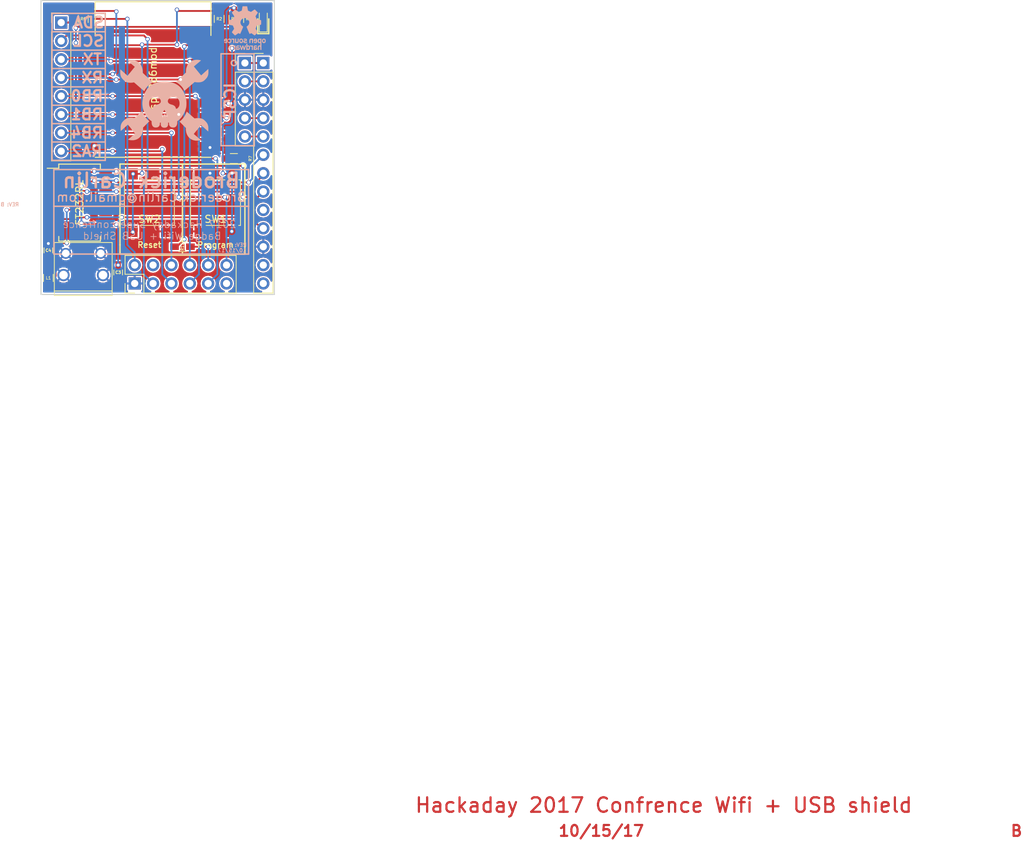
<source format=kicad_pcb>
(kicad_pcb (version 4) (host pcbnew 4.0.6)
  (layers (0 F.Cu signal) (31 B.Cu signal) (34 B.Paste user) (35 F.Paste user) (36 B.SilkS user) (37 F.SilkS user) (38 B.Mask user) (39 F.Mask user) (44 Edge.Cuts user))
  (net 0 "")
  (net 1 GND)
  (net 2 +5V)
  (net 3 "Net-(C3-Pad1)")
  (net 4 "Net-(D1-Pad2)")
  (net 5 GPIO0)
  (net 6 "Net-(J1-Pad1)")
  (net 7 SDA)
  (net 8 SCL)
  (net 9 RA2)
  (net 10 RB4)
  (net 11 RB0)
  (net 12 +3V3)
  (net 13 "Net-(J2-Pad10)")
  (net 14 RB1)
  (net 15 ISP_M)
  (net 16 ISP_V)
  (net 17 ISP_D)
  (net 18 ISP_C)
  (net 19 TTL_RTS)
  (net 20 TTL_RX)
  (net 21 TTL_TX)
  (net 22 TTL_CTS)
  (net 23 RESET)
  (net 24 CH_PD)
  (net 25 GPIO15)
  (net 26 GPIO2)
  (net 27 RXD)
  (net 28 TXD)
  (net 29 "Net-(J1-Pad2)")
  (net 30 "Net-(J1-Pad3)")
  (module Pin_Headers:Pin_Header_Straight_2x06_Pitch2.54mm (layer F.Cu) (at 147.32 117.348 90)
    (fp_text reference J2 hide)
    (fp_text value CONN_02X06 hide)
    (pad 1 thru_hole rect (at 0 0 90) (size 1.7 1.7) (drill 1) (layers *.Cu *.Mask) (net 1 GND))
    (pad 2 thru_hole oval (at 2.54 0 90) (size 1.7 1.7) (drill 1) (layers *.Cu *.Mask) (net 7 SDA))
    (pad 3 thru_hole oval (at 0 2.54 90) (size 1.7 1.7) (drill 1) (layers *.Cu *.Mask) (net 8 SCL))
    (pad 4 thru_hole oval (at 2.54 2.54 90) (size 1.7 1.7) (drill 1) (layers *.Cu *.Mask))
    (pad 5 thru_hole oval (at 0 5.08 90) (size 1.7 1.7) (drill 1) (layers *.Cu *.Mask) (net 9 RA2))
    (pad 6 thru_hole oval (at 2.54 5.08 90) (size 1.7 1.7) (drill 1) (layers *.Cu *.Mask) (net 10 RB4))
    (pad 7 thru_hole oval (at 0 7.62 90) (size 1.7 1.7) (drill 1) (layers *.Cu *.Mask) (net 11 RB0))
    (pad 8 thru_hole oval (at 2.54 7.62 90) (size 1.7 1.7) (drill 1) (layers *.Cu *.Mask) (net 27 RXD))
    (pad 9 thru_hole oval (at 0 10.16 90) (size 1.7 1.7) (drill 1) (layers *.Cu *.Mask) (net 12 +3V3))
    (pad 10 thru_hole oval (at 2.54 10.16 90) (size 1.7 1.7) (drill 1) (layers *.Cu *.Mask) (net 13 "Net-(J2-Pad10)"))
    (pad 11 thru_hole oval (at 0 12.7 90) (size 1.7 1.7) (drill 1) (layers *.Cu *.Mask))
    (pad 12 thru_hole oval (at 2.54 12.7 90) (size 1.7 1.7) (drill 1) (layers *.Cu *.Mask) (net 14 RB1))
  )
  (module Pin_Headers:Pin_Header_Straight_1x13_Pitch2.54mm (layer F.Cu) (at 165.1 86.868)
    (fp_text reference J3 hide)
    (fp_text value CONN_01X13 hide)
    (pad 1 thru_hole rect (at 0 0) (size 1.7 1.7) (drill 1) (layers *.Cu *.Mask) (net 15 ISP_M))
    (pad 2 thru_hole oval (at 0 2.54) (size 1.7 1.7) (drill 1) (layers *.Cu *.Mask) (net 16 ISP_V))
    (pad 3 thru_hole oval (at 0 5.08) (size 1.7 1.7) (drill 1) (layers *.Cu *.Mask) (net 1 GND))
    (pad 4 thru_hole oval (at 0 7.62) (size 1.7 1.7) (drill 1) (layers *.Cu *.Mask) (net 17 ISP_D))
    (pad 5 thru_hole oval (at 0 10.16) (size 1.7 1.7) (drill 1) (layers *.Cu *.Mask) (net 18 ISP_C))
    (pad 6 thru_hole oval (at 0 12.7) (size 1.7 1.7) (drill 1) (layers *.Cu *.Mask) (net 19 TTL_RTS))
    (pad 7 thru_hole oval (at 0 15.24) (size 1.7 1.7) (drill 1) (layers *.Cu *.Mask) (net 20 TTL_RX))
    (pad 8 thru_hole oval (at 0 17.78) (size 1.7 1.7) (drill 1) (layers *.Cu *.Mask) (net 21 TTL_TX))
    (pad 9 thru_hole oval (at 0 20.32) (size 1.7 1.7) (drill 1) (layers *.Cu *.Mask))
    (pad 10 thru_hole oval (at 0 22.86) (size 1.7 1.7) (drill 1) (layers *.Cu *.Mask) (net 22 TTL_CTS))
    (pad 11 thru_hole oval (at 0 25.4) (size 1.7 1.7) (drill 1) (layers *.Cu *.Mask) (net 1 GND))
    (pad 12 thru_hole oval (at 0 27.94) (size 1.7 1.7) (drill 1) (layers *.Cu *.Mask))
    (pad 13 thru_hole oval (at 0 30.48) (size 1.7 1.7) (drill 1) (layers *.Cu *.Mask))
  )
  (module Pin_Headers:Pin_Header_Straight_1x05_Pitch2.54mm (layer F.Cu) (at 162.56 86.868)
    (fp_text reference J4 hide)
    (fp_text value CONN_01X05 hide)
    (pad 1 thru_hole rect (at 0 0) (size 1.7 1.7) (drill 1) (layers *.Cu *.Mask) (net 15 ISP_M))
    (pad 2 thru_hole oval (at 0 2.54) (size 1.7 1.7) (drill 1) (layers *.Cu *.Mask) (net 16 ISP_V))
    (pad 3 thru_hole oval (at 0 5.08) (size 1.7 1.7) (drill 1) (layers *.Cu *.Mask) (net 1 GND))
    (pad 4 thru_hole oval (at 0 7.62) (size 1.7 1.7) (drill 1) (layers *.Cu *.Mask) (net 17 ISP_D))
    (pad 5 thru_hole oval (at 0 10.16) (size 1.7 1.7) (drill 1) (layers *.Cu *.Mask) (net 18 ISP_C))
  )
  (module Buttons_Switches_SMD:SW_SPST_B3S-1000 (layer F.Cu) (at 158.496 106.172 90)
    (fp_text reference SW1 (at -2.286 0 180) (layer F.SilkS))
    (fp_text value SW_Push hide)
    (pad 1 smd rect (at -3.975 -2.25 90) (size 1.55 1.3) (layers F.Cu F.Paste F.Mask) (net 1 GND))
    (pad 1 smd rect (at 3.975 -2.25 90) (size 1.55 1.3) (layers F.Cu F.Paste F.Mask) (net 1 GND))
    (pad 2 smd rect (at -3.975 2.25 90) (size 1.55 1.3) (layers F.Cu F.Paste F.Mask) (net 5 GPIO0))
    (pad 2 smd rect (at 3.975 2.25 90) (size 1.55 1.3) (layers F.Cu F.Paste F.Mask) (net 5 GPIO0))
  )
  (module Buttons_Switches_SMD:SW_SPST_B3S-1000 (layer F.Cu) (at 149.352 106.172 270)
    (fp_text reference SW2 (at 2.286 0 360) (layer F.SilkS))
    (fp_text value SW_Push hide)
    (pad 1 smd rect (at -3.975 -2.25 270) (size 1.55 1.3) (layers F.Cu F.Paste F.Mask) (net 1 GND))
    (pad 1 smd rect (at 3.975 -2.25 270) (size 1.55 1.3) (layers F.Cu F.Paste F.Mask) (net 1 GND))
    (pad 2 smd rect (at -3.975 2.25 270) (size 1.55 1.3) (layers F.Cu F.Paste F.Mask) (net 23 RESET))
    (pad 2 smd rect (at 3.975 2.25 270) (size 1.55 1.3) (layers F.Cu F.Paste F.Mask) (net 23 RESET))
  )
  (module Housings_SSOP:SSOP-28_5.3x10.2mm_Pitch0.65mm (layer F.Cu) (at 139.7 106.172)
    (fp_text reference U2 hide)
    (fp_text value FT232RL (at 0 0 90) (layer F.SilkS))
    (pad 1 smd rect (at -3.6 -4.225) (size 1.75 0.45) (layers F.Cu F.Paste F.Mask) (net 21 TTL_TX))
    (pad 2 smd rect (at -3.6 -3.575) (size 1.75 0.45) (layers F.Cu F.Paste F.Mask))
    (pad 3 smd rect (at -3.6 -2.925) (size 1.75 0.45) (layers F.Cu F.Paste F.Mask) (net 19 TTL_RTS))
    (pad 4 smd rect (at -3.6 -2.275) (size 1.75 0.45) (layers F.Cu F.Paste F.Mask) (net 3 "Net-(C3-Pad1)"))
    (pad 5 smd rect (at -3.6 -1.625) (size 1.75 0.45) (layers F.Cu F.Paste F.Mask) (net 20 TTL_RX))
    (pad 6 smd rect (at -3.6 -0.975) (size 1.75 0.45) (layers F.Cu F.Paste F.Mask))
    (pad 7 smd rect (at -3.6 -0.325) (size 1.75 0.45) (layers F.Cu F.Paste F.Mask) (net 1 GND))
    (pad 8 smd rect (at -3.6 0.325) (size 1.75 0.45) (layers F.Cu F.Paste F.Mask))
    (pad 9 smd rect (at -3.6 0.975) (size 1.75 0.45) (layers F.Cu F.Paste F.Mask))
    (pad 10 smd rect (at -3.6 1.625) (size 1.75 0.45) (layers F.Cu F.Paste F.Mask))
    (pad 11 smd rect (at -3.6 2.275) (size 1.75 0.45) (layers F.Cu F.Paste F.Mask) (net 22 TTL_CTS))
    (pad 12 smd rect (at -3.6 2.925) (size 1.75 0.45) (layers F.Cu F.Paste F.Mask))
    (pad 13 smd rect (at -3.6 3.575) (size 1.75 0.45) (layers F.Cu F.Paste F.Mask))
    (pad 14 smd rect (at -3.6 4.225) (size 1.75 0.45) (layers F.Cu F.Paste F.Mask))
    (pad 15 smd rect (at 3.6 4.225) (size 1.75 0.45) (layers F.Cu F.Paste F.Mask) (net 30 "Net-(J1-Pad3)"))
    (pad 16 smd rect (at 3.6 3.575) (size 1.75 0.45) (layers F.Cu F.Paste F.Mask) (net 29 "Net-(J1-Pad2)"))
    (pad 17 smd rect (at 3.6 2.925) (size 1.75 0.45) (layers F.Cu F.Paste F.Mask) (net 3 "Net-(C3-Pad1)"))
    (pad 18 smd rect (at 3.6 2.275) (size 1.75 0.45) (layers F.Cu F.Paste F.Mask) (net 1 GND))
    (pad 19 smd rect (at 3.6 1.625) (size 1.75 0.45) (layers F.Cu F.Paste F.Mask))
    (pad 20 smd rect (at 3.6 0.975) (size 1.75 0.45) (layers F.Cu F.Paste F.Mask) (net 2 +5V))
    (pad 21 smd rect (at 3.6 0.325) (size 1.75 0.45) (layers F.Cu F.Paste F.Mask) (net 1 GND))
    (pad 22 smd rect (at 3.6 -0.325) (size 1.75 0.45) (layers F.Cu F.Paste F.Mask))
    (pad 23 smd rect (at 3.6 -0.975) (size 1.75 0.45) (layers F.Cu F.Paste F.Mask))
    (pad 24 smd rect (at 3.6 -1.625) (size 1.75 0.45) (layers F.Cu F.Paste F.Mask))
    (pad 25 smd rect (at 3.6 -2.275) (size 1.75 0.45) (layers F.Cu F.Paste F.Mask) (net 1 GND))
    (pad 26 smd rect (at 3.6 -2.925) (size 1.75 0.45) (layers F.Cu F.Paste F.Mask) (net 1 GND))
    (pad 27 smd rect (at 3.6 -3.575) (size 1.75 0.45) (layers F.Cu F.Paste F.Mask))
    (pad 28 smd rect (at 3.6 -4.225) (size 1.75 0.45) (layers F.Cu F.Paste F.Mask))
  )
  (module Pin_Headers:Pin_Header_Straight_1x08_Pitch2.54mm (layer F.Cu) (at 137.16 81.28)
    (fp_text reference J7 hide)
    (fp_text value CONN_01X08 hide)
    (pad 1 thru_hole rect (at 0 0) (size 1.7 1.7) (drill 1) (layers *.Cu *.Mask) (net 7 SDA))
    (pad 2 thru_hole oval (at 0 2.54) (size 1.7 1.7) (drill 1) (layers *.Cu *.Mask) (net 8 SCL))
    (pad 3 thru_hole oval (at 0 5.08) (size 1.7 1.7) (drill 1) (layers *.Cu *.Mask) (net 27 RXD))
    (pad 4 thru_hole oval (at 0 7.62) (size 1.7 1.7) (drill 1) (layers *.Cu *.Mask) (net 28 TXD))
    (pad 5 thru_hole oval (at 0 10.16) (size 1.7 1.7) (drill 1) (layers *.Cu *.Mask) (net 11 RB0))
    (pad 6 thru_hole oval (at 0 12.7) (size 1.7 1.7) (drill 1) (layers *.Cu *.Mask) (net 14 RB1))
    (pad 7 thru_hole oval (at 0 15.24) (size 1.7 1.7) (drill 1) (layers *.Cu *.Mask) (net 10 RB4))
    (pad 8 thru_hole oval (at 0 17.78) (size 1.7 1.7) (drill 1) (layers *.Cu *.Mask) (net 9 RA2))
  )
  (module Capacitors_SMD:C_0603_HandSoldering (layer F.Cu) (at 145.034 115.824 270)
    (fp_text reference C3 (at 0 0 360) (layer F.SilkS) (effects (font (size 0.4 0.4) (thickness 0.1))))
    (fp_text value 10n hide)
    (pad 1 smd rect (at -0.95 0 270) (size 1.2 0.75) (layers F.Cu F.Paste F.Mask) (net 3 "Net-(C3-Pad1)"))
    (pad 2 smd rect (at 0.95 0 270) (size 1.2 0.75) (layers F.Cu F.Paste F.Mask) (net 1 GND))
  )
  (module Capacitors_SMD:C_0603_HandSoldering (layer F.Cu) (at 135.382 112.776 90)
    (fp_text reference C4 (at 0 0 180) (layer F.SilkS) (effects (font (size 0.4 0.4) (thickness 0.1))))
    (fp_text value 10u hide)
    (pad 1 smd rect (at -0.95 0 90) (size 1.2 0.75) (layers F.Cu F.Paste F.Mask) (net 2 +5V))
    (pad 2 smd rect (at 0.95 0 90) (size 1.2 0.75) (layers F.Cu F.Paste F.Mask) (net 1 GND))
  )
  (module LEDs:LED_0603_HandSoldering (layer F.Cu) (at 165.1 80.772 90)
    (fp_text reference D1 hide)
    (fp_text value LED hide)
    (pad 1 smd rect (at -1.1 0 90) (size 1.2 0.9) (layers F.Cu F.Paste F.Mask) (net 5 GPIO0))
    (pad 2 smd rect (at 1.1 0 90) (size 1.2 0.9) (layers F.Cu F.Paste F.Mask) (net 4 "Net-(D1-Pad2)"))
  )
  (module Resistors_SMD:R_0603_HandSoldering (layer F.Cu) (at 135.382 116.586 90)
    (fp_text reference L1 hide)
    (fp_text value Ferrite_Bead hide)
    (fp_text user %R (at 0 0 180) (layer F.SilkS) (effects (font (size 0.4 0.4) (thickness 0.075))))
    (pad 1 smd rect (at -1.1 0 90) (size 1.2 0.9) (layers F.Cu F.Paste F.Mask) (net 6 "Net-(J1-Pad1)"))
    (pad 2 smd rect (at 1.1 0 90) (size 1.2 0.9) (layers F.Cu F.Paste F.Mask) (net 2 +5V))
  )
  (module Resistors_SMD:R_0603_HandSoldering (layer F.Cu) (at 163.068 80.772 90)
    (fp_text reference R1 hide)
    (fp_text value 1K hide)
    (fp_text user %R (at 0 0 180) (layer F.SilkS) (effects (font (size 0.4 0.4) (thickness 0.075))))
    (pad 1 smd rect (at -1.1 0 90) (size 1.2 0.9) (layers F.Cu F.Paste F.Mask) (net 12 +3V3))
    (pad 2 smd rect (at 1.1 0 90) (size 1.2 0.9) (layers F.Cu F.Paste F.Mask) (net 4 "Net-(D1-Pad2)"))
  )
  (module Resistors_SMD:R_0603_HandSoldering (layer F.Cu) (at 159.004 80.772 90)
    (fp_text reference R2 hide)
    (fp_text value 10K hide)
    (fp_text user %R (at 0 0 180) (layer F.SilkS) (effects (font (size 0.4 0.4) (thickness 0.075))))
    (pad 1 smd rect (at -1.1 0 90) (size 1.2 0.9) (layers F.Cu F.Paste F.Mask) (net 12 +3V3))
    (pad 2 smd rect (at 1.1 0 90) (size 1.2 0.9) (layers F.Cu F.Paste F.Mask) (net 23 RESET))
  )
  (module Resistors_SMD:R_0603_HandSoldering (layer F.Cu) (at 161.036 80.772 90)
    (fp_text reference R3 hide)
    (fp_text value 10K hide)
    (fp_text user %R (at 0 0 180) (layer F.SilkS) (effects (font (size 0.4 0.4) (thickness 0.075))))
    (pad 1 smd rect (at -1.1 0 90) (size 1.2 0.9) (layers F.Cu F.Paste F.Mask) (net 12 +3V3))
    (pad 2 smd rect (at 1.1 0 90) (size 1.2 0.9) (layers F.Cu F.Paste F.Mask) (net 26 GPIO2))
  )
  (module Resistors_SMD:R_0603_HandSoldering (layer F.Cu) (at 140.208 80.772 90)
    (fp_text reference R6 hide)
    (fp_text value 10K hide)
    (fp_text user %R (at 0 0 180) (layer F.SilkS) (effects (font (size 0.4 0.4) (thickness 0.075))))
    (pad 1 smd rect (at -1.1 0 90) (size 1.2 0.9) (layers F.Cu F.Paste F.Mask) (net 12 +3V3))
    (pad 2 smd rect (at 1.1 0 90) (size 1.2 0.9) (layers F.Cu F.Paste F.Mask) (net 24 CH_PD))
  )
  (module Resistors_SMD:R_0603_HandSoldering (layer F.Cu) (at 161.036 100.076 180)
    (fp_text reference R7 hide)
    (fp_text value 10K hide)
    (fp_text user %R (at -2.286 0 270) (layer F.SilkS) (effects (font (size 0.4 0.4) (thickness 0.075))))
    (pad 1 smd rect (at -1.1 0 180) (size 1.2 0.9) (layers F.Cu F.Paste F.Mask) (net 25 GPIO15))
    (pad 2 smd rect (at 1.1 0 180) (size 1.2 0.9) (layers F.Cu F.Paste F.Mask) (net 1 GND))
  )
  (module Resistors_SMD:R_0603_HandSoldering (layer F.Cu) (at 153.924 112.268)
    (fp_text reference R11 hide)
    (fp_text value 2K2 hide)
    (fp_text user %R (at 0 0 270) (layer F.SilkS) (effects (font (size 0.4 0.4) (thickness 0.075))))
    (pad 1 smd rect (at -1.1 0) (size 1.2 0.9) (layers F.Cu F.Paste F.Mask) (net 28 TXD))
    (pad 2 smd rect (at 1.1 0) (size 1.2 0.9) (layers F.Cu F.Paste F.Mask) (net 13 "Net-(J2-Pad10)"))
  )
  (module Symbols:OSHW-Logo_5.7x6mm_SilkScreen (layer B.Cu) (at 162.56 82.042 180)
    (fp_text reference REF*** hide)
    (fp_text value OSHW-Logo_5.7x6mm_SilkScreen hide)
  )
  (module Desktop:Hackaday_Logo (layer B.Cu) (at 151.892 91.948 180)
    (fp_text reference G*** hide)
    (fp_text value LOGO hide)
  )
  (module footprints:esp8266mod (layer F.Cu) (at 149.86 89.408)
    (fp_text reference U3 hide)
    (fp_text value esp8266mod (at 0 0 90) (layer F.SilkS))
    (pad 1 smd rect (at -8 -5) (size 3.2 1.25) (layers F.Cu F.Paste F.Mask) (net 23 RESET))
    (pad 2 smd rect (at -8 -3) (size 3.2 1.25) (layers F.Cu F.Paste F.Mask))
    (pad 3 smd rect (at -8 -1) (size 3.2 1.25) (layers F.Cu F.Paste F.Mask) (net 24 CH_PD))
    (pad 4 smd rect (at -8 1) (size 3.2 1.25) (layers F.Cu F.Paste F.Mask))
    (pad 5 smd rect (at -8 3) (size 3.2 1.25) (layers F.Cu F.Paste F.Mask))
    (pad 6 smd rect (at -8 5) (size 3.2 1.25) (layers F.Cu F.Paste F.Mask))
    (pad 7 smd rect (at -8 7) (size 3.2 1.25) (layers F.Cu F.Paste F.Mask))
    (pad 8 smd rect (at -8 9) (size 3.2 1.25) (layers F.Cu F.Paste F.Mask) (net 12 +3V3))
    (pad 9 smd rect (at 8 9) (size 3.2 1.25) (layers F.Cu F.Paste F.Mask) (net 1 GND))
    (pad 10 smd rect (at 8 7) (size 3.2 1.25) (layers F.Cu F.Paste F.Mask) (net 25 GPIO15))
    (pad 11 smd rect (at 8 5) (size 3.2 1.25) (layers F.Cu F.Paste F.Mask) (net 26 GPIO2))
    (pad 12 smd rect (at 8 3) (size 3.2 1.25) (layers F.Cu F.Paste F.Mask) (net 5 GPIO0))
    (pad 13 smd rect (at 8 1) (size 3.2 1.25) (layers F.Cu F.Paste F.Mask))
    (pad 14 smd rect (at 8 -1) (size 3.2 1.25) (layers F.Cu F.Paste F.Mask))
    (pad 15 smd rect (at 8 -3) (size 3.2 1.25) (layers F.Cu F.Paste F.Mask) (net 27 RXD))
    (pad 16 smd rect (at 8 -5) (size 3.2 1.25) (layers F.Cu F.Paste F.Mask) (net 28 TXD))
  )
  (module footprints:USB_Micro-B_10103594-0001LF (layer F.Cu) (at 140.208 114.808)
    (fp_text reference J1 hide)
    (fp_text value USB_OTG hide)
    (pad 1 smd rect (at -1.3 -1.5 90) (size 1.65 0.4) (layers F.Cu F.Paste F.Mask) (net 6 "Net-(J1-Pad1)"))
    (pad 2 smd rect (at -0.65 -1.5 90) (size 1.65 0.4) (layers F.Cu F.Paste F.Mask) (net 29 "Net-(J1-Pad2)"))
    (pad 3 smd rect (at 0 -1.5 90) (size 1.65 0.4) (layers F.Cu F.Paste F.Mask) (net 30 "Net-(J1-Pad3)"))
    (pad 4 smd rect (at 0.65 -1.5 90) (size 1.65 0.4) (layers F.Cu F.Paste F.Mask))
    (pad 5 smd rect (at 1.3 -1.5 90) (size 1.65 0.4) (layers F.Cu F.Paste F.Mask) (net 1 GND))
    (pad 6 thru_hole circle (at -2.42 -1.62 90) (size 1.5 1.5) (drill 1.05) (layers *.Cu *.Mask) (net 1 GND))
    (pad 6 thru_hole circle (at 2.42 -1.62 90) (size 1.5 1.5) (drill 1.05) (layers *.Cu *.Mask) (net 1 GND))
    (pad 6 thru_hole circle (at -2.73 1.38 90) (size 1.7 1.7) (drill 1.2) (layers *.Cu *.Mask) (net 1 GND))
    (pad 6 thru_hole circle (at 2.73 1.38 90) (size 1.7 1.7) (drill 1.2) (layers *.Cu *.Mask) (net 1 GND))
    (pad 6 smd rect (at -0.96 1.62 90) (size 2.5 1.43) (layers F.Cu F.Paste F.Mask) (net 1 GND))
    (pad 6 smd rect (at 0.96 1.62 90) (size 2.5 1.43) (layers F.Cu F.Paste F.Mask) (net 1 GND))
  )
  (gr_text "REV: B" (at 161.544 112.014) (layer B.SilkS) (effects (font (size 0.5 0.5) (thickness 0.1)) (justify mirror)))
  (gr_text "REV: B" (at 130.048 106.426) (layer B.SilkS) (effects (font (size 0.5 0.5) (thickness 0.1)) (justify mirror)))
  (gr_text B (at 269.24 193.04) (layer F.Cu) (effects (font (size 1.5 1.5) (thickness 0.3))))
  (gr_text "10/15/17\n" (at 211.836 193.04) (layer F.Cu) (effects (font (size 1.5 1.5) (thickness 0.3))))
  (gr_text "Hackaday 2017 Confrence Wifi + USB shield " (at 221.234 189.484) (layer F.Cu) (effects (font (size 2 2) (thickness 0.3))))
  (gr_line (start 153.924 113.284) (end 153.924 113.03) (angle 90) (layer F.SilkS) (width 0.2))
  (gr_line (start 145.288 113.284) (end 145.288 112.014) (angle 90) (layer F.SilkS) (width 0.2))
  (gr_line (start 162.56 113.284) (end 145.288 113.284) (angle 90) (layer F.SilkS) (width 0.2))
  (gr_line (start 162.56 112.014) (end 162.56 113.284) (angle 90) (layer F.SilkS) (width 0.2))
  (gr_line (start 165.862 82.804) (end 165.862 80.772) (angle 90) (layer F.SilkS) (width 0.2))
  (gr_line (start 164.338 82.804) (end 165.862 82.804) (angle 90) (layer F.SilkS) (width 0.2))
  (gr_line (start 164.338 80.772) (end 164.338 82.804) (angle 90) (layer F.SilkS) (width 0.2))
  (gr_line (start 153.924 100.838) (end 153.924 111.506) (angle 90) (layer F.SilkS) (width 0.2))
  (gr_line (start 162.56 100.838) (end 145.288 100.838) (angle 90) (layer F.SilkS) (width 0.2))
  (gr_line (start 162.56 112.014) (end 162.56 100.838) (angle 90) (layer F.SilkS) (width 0.2))
  (gr_line (start 145.288 100.838) (end 145.288 112.014) (angle 90) (layer F.SilkS) (width 0.2))
  (gr_text Program (at 158.496 112.014) (layer F.SilkS) (effects (font (size 0.8 0.8))))
  (gr_text Reset (at 149.352 112.014) (layer F.SilkS) (effects (font (size 0.8 0.8))))
  (gr_text 10/15/17 (at 160.782 112.776) (layer B.SilkS) (effects (font (size 0.5 0.5) (thickness 0.1)) (justify mirror)))
  (gr_line (start 163.068 113.284) (end 163.068 106.68) (angle 90) (layer B.SilkS) (width 0.2))
  (gr_line (start 136.144 113.284) (end 163.068 113.284) (angle 90) (layer B.SilkS) (width 0.2))
  (gr_line (start 136.144 106.68) (end 136.144 113.284) (angle 90) (layer B.SilkS) (width 0.2))
  (gr_line (start 163.068 101.6) (end 136.144 101.6) (angle 90) (layer B.SilkS) (width 0.2))
  (gr_line (start 136.144 106.68) (end 136.144 101.6) (angle 90) (layer B.SilkS) (width 0.2))
  (gr_line (start 163.068 106.68) (end 136.144 106.68) (angle 90) (layer B.SilkS) (width 0.2))
  (gr_line (start 163.068 101.6) (end 163.068 106.68) (angle 90) (layer B.SilkS) (width 0.2))
  (gr_text "2017 Hackaday Superconfrence\nBadge Wifi + USB Shield " (at 149.352 109.982) (layer B.SilkS) (effects (font (size 1 1) (thickness 0.1)) (justify mirror)))
  (gr_text Broderick.Carlin@gmail.com (at 149.606 105.41) (layer B.SilkS) (effects (font (size 1.25 1.25) (thickness 0.18)) (justify mirror)))
  (gr_text "Broderick Carlin" (at 149.606 103.124) (layer B.SilkS) (effects (font (size 2 2) (thickness 0.35)) (justify mirror)))
  (gr_line (start 159.258 85.598) (end 163.83 85.598) (angle 90) (layer B.SilkS) (width 0.2))
  (gr_line (start 159.258 98.298) (end 159.258 85.598) (angle 90) (layer B.SilkS) (width 0.2))
  (gr_line (start 163.83 98.298) (end 159.258 98.298) (angle 90) (layer B.SilkS) (width 0.2))
  (gr_line (start 163.83 85.598) (end 163.83 98.298) (angle 90) (layer B.SilkS) (width 0.2))
  (gr_text ICSP (at 160.528 92.202 90) (layer B.SilkS) (effects (font (size 1.5 1.5) (thickness 0.3)) (justify mirror)))
  (gr_circle (center 161.036 86.868) (end 161.29 87.122) (layer B.SilkS) (width 0.2))
  (gr_line (start 143.256 100.33) (end 143.256 100.076) (angle 90) (layer B.SilkS) (width 0.2))
  (gr_line (start 135.89 100.33) (end 143.256 100.33) (angle 90) (layer B.SilkS) (width 0.2))
  (gr_line (start 135.89 100.076) (end 135.89 100.33) (angle 90) (layer B.SilkS) (width 0.2))
  (gr_line (start 135.89 80.01) (end 135.89 80.264) (angle 90) (layer B.SilkS) (width 0.2))
  (gr_line (start 143.256 80.01) (end 135.89 80.01) (angle 90) (layer B.SilkS) (width 0.2))
  (gr_line (start 143.256 80.264) (end 143.256 80.01) (angle 90) (layer B.SilkS) (width 0.2))
  (gr_line (start 138.43 85.09) (end 135.89 85.09) (angle 90) (layer B.SilkS) (width 0.2))
  (gr_line (start 138.684 87.63) (end 135.89 87.63) (angle 90) (layer B.SilkS) (width 0.2))
  (gr_line (start 138.684 90.17) (end 135.89 90.17) (angle 90) (layer B.SilkS) (width 0.2))
  (gr_line (start 138.684 92.71) (end 135.89 92.71) (angle 90) (layer B.SilkS) (width 0.2))
  (gr_line (start 135.89 95.25) (end 138.43 95.25) (angle 90) (layer B.SilkS) (width 0.2))
  (gr_line (start 138.43 97.79) (end 135.89 97.79) (angle 90) (layer B.SilkS) (width 0.2))
  (gr_line (start 135.89 82.55) (end 135.89 100.076) (angle 90) (layer B.SilkS) (width 0.2))
  (gr_line (start 135.89 82.55) (end 135.89 80.264) (angle 90) (layer B.SilkS) (width 0.2))
  (gr_line (start 143.256 82.55) (end 135.89 82.55) (angle 90) (layer B.SilkS) (width 0.2))
  (gr_line (start 143.256 85.09) (end 138.43 85.09) (angle 90) (layer B.SilkS) (width 0.2))
  (gr_line (start 138.684 87.63) (end 143.256 87.63) (angle 90) (layer B.SilkS) (width 0.2))
  (gr_line (start 143.002 90.17) (end 138.684 90.17) (angle 90) (layer B.SilkS) (width 0.2))
  (gr_line (start 138.684 92.71) (end 143.256 92.71) (angle 90) (layer B.SilkS) (width 0.2))
  (gr_line (start 138.43 95.25) (end 143.256 95.25) (angle 90) (layer B.SilkS) (width 0.2))
  (gr_line (start 138.43 97.79) (end 143.256 97.79) (angle 90) (layer B.SilkS) (width 0.2))
  (gr_line (start 143.256 80.264) (end 143.256 100.076) (angle 90) (layer B.SilkS) (width 0.2))
  (gr_text RA2 (at 140.716 99.06) (layer B.SilkS) (effects (font (size 1.5 1.5) (thickness 0.3)) (justify mirror)))
  (gr_text RB4 (at 140.716 96.52) (layer B.SilkS) (effects (font (size 1.5 1.5) (thickness 0.3)) (justify mirror)))
  (gr_text RB1 (at 140.716 93.98) (layer B.SilkS) (effects (font (size 1.5 1.5) (thickness 0.3)) (justify mirror)))
  (gr_text RB0 (at 140.716 91.44) (layer B.SilkS) (effects (font (size 1.5 1.5) (thickness 0.3)) (justify mirror)))
  (gr_text RX (at 141.478 88.9) (layer B.SilkS) (effects (font (size 1.5 1.5) (thickness 0.3)) (justify mirror)))
  (gr_text TX (at 141.478 86.36) (layer B.SilkS) (effects (font (size 1.5 1.5) (thickness 0.3)) (justify mirror)))
  (gr_text SCL (at 140.97 83.82) (layer B.SilkS) (effects (font (size 1.5 1.5) (thickness 0.3)) (justify mirror)))
  (gr_text SDA (at 140.97 81.28) (layer B.SilkS) (effects (font (size 1.5 1.5) (thickness 0.3)) (justify mirror)))
  (gr_line (start 166.624 78.232) (end 166.624 118.872) (angle 90) (layer Edge.Cuts) (width 0.15))
  (gr_line (start 134.366 78.232) (end 166.624 78.232) (angle 90) (layer Edge.Cuts) (width 0.15))
  (gr_line (start 134.366 118.872) (end 134.366 78.232) (angle 90) (layer Edge.Cuts) (width 0.15))
  (gr_line (start 166.624 118.872) (end 134.366 118.872) (angle 90) (layer Edge.Cuts) (width 0.15))
  (via (at 135.382 111.826) (size 0.6) (drill 0.4) (layers F.Cu B.Cu) (net 1))
  (segment (start 137.788 113.188) (end 136.81 113.188) (width 0.25) (layer B.Cu) (net 1))
  (segment (start 135.382 111.76) (end 136.81 113.188) (width 0.25) (layer B.Cu) (net 1))
  (segment (start 135.382 111.76) (end 135.382 111.826) (width 0.25) (layer B.Cu) (net 1))
  (segment (start 156.246 102.197) (end 157.645 102.197) (width 0.25) (layer F.Cu) (net 1))
  (segment (start 157.734 98.552) (end 157.86 98.426) (width 0.25) (layer F.Cu) (net 1))
  (via (at 157.734 98.552) (size 0.6) (drill 0.4) (layers F.Cu B.Cu) (net 1))
  (segment (start 157.734 102.108) (end 157.734 98.552) (width 0.25) (layer B.Cu) (net 1))
  (via (at 157.734 102.108) (size 0.6) (drill 0.4) (layers F.Cu B.Cu) (net 1))
  (segment (start 157.645 102.197) (end 157.734 102.108) (width 0.25) (layer F.Cu) (net 1))
  (segment (start 157.86 98.426) (end 157.86 98.408) (width 0.25) (layer F.Cu) (net 1))
  (segment (start 135.382 113.726) (end 135.956 113.726) (width 0.25) (layer F.Cu) (net 2))
  (via (at 137.922 111.76) (size 0.6) (drill 0.4) (layers F.Cu B.Cu) (net 2))
  (segment (start 137.922 111.76) (end 137.922 107.188) (width 0.25) (layer B.Cu) (net 2))
  (via (at 137.922 107.188) (size 0.6) (drill 0.4) (layers F.Cu B.Cu) (net 2))
  (segment (start 137.922 107.188) (end 137.963 107.147) (width 0.25) (layer F.Cu) (net 2))
  (segment (start 137.963 107.147) (end 143.3 107.147) (width 0.25) (layer F.Cu) (net 2))
  (segment (start 137.16 111.76) (end 137.922 111.76) (width 0.25) (layer F.Cu) (net 2))
  (segment (start 136.652 112.268) (end 137.16 111.76) (width 0.25) (layer F.Cu) (net 2))
  (segment (start 136.652 113.03) (end 136.652 112.268) (width 0.25) (layer F.Cu) (net 2))
  (segment (start 135.956 113.726) (end 136.652 113.03) (width 0.25) (layer F.Cu) (net 2))
  (segment (start 135.382 115.486) (end 135.382 113.726) (width 0.25) (layer F.Cu) (net 2))
  (segment (start 145.034 114.808) (end 145.034 109.474) (width 0.25) (layer B.Cu) (net 3))
  (segment (start 144.657 109.097) (end 144.78 109.22) (width 0.25) (layer F.Cu) (net 3))
  (via (at 144.78 109.22) (size 0.6) (drill 0.4) (layers F.Cu B.Cu) (net 3))
  (via (at 145.034 114.808) (size 0.6) (drill 0.4) (layers F.Cu B.Cu) (net 3))
  (segment (start 145.034 114.874) (end 145.034 114.808) (width 0.25) (layer F.Cu) (net 3))
  (segment (start 144.657 109.097) (end 143.3 109.097) (width 0.25) (layer F.Cu) (net 3))
  (segment (start 145.034 109.474) (end 144.78 109.22) (width 0.25) (layer B.Cu) (net 3))
  (segment (start 141.732 108.966) (end 139.954 108.966) (width 0.25) (layer B.Cu) (net 3))
  (segment (start 143.3 109.097) (end 140.085 109.097) (width 0.25) (layer F.Cu) (net 3))
  (segment (start 139.943 103.897) (end 136.1 103.897) (width 0.25) (layer F.Cu) (net 3))
  (segment (start 139.954 103.886) (end 139.943 103.897) (width 0.25) (layer F.Cu) (net 3))
  (via (at 139.954 103.886) (size 0.6) (drill 0.4) (layers F.Cu B.Cu) (net 3))
  (segment (start 139.954 108.966) (end 139.954 103.886) (width 0.25) (layer B.Cu) (net 3))
  (via (at 139.954 108.966) (size 0.6) (drill 0.4) (layers F.Cu B.Cu) (net 3))
  (segment (start 140.085 109.097) (end 139.954 108.966) (width 0.25) (layer F.Cu) (net 3))
  (segment (start 163.068 79.672) (end 165.1 79.672) (width 0.25) (layer F.Cu) (net 4))
  (via (at 160.746 110.147) (size 0.6) (drill 0.4) (layers F.Cu B.Cu) (net 5))
  (segment (start 160.746 102.144) (end 160.782 102.108) (width 0.25) (layer F.Cu) (net 5))
  (via (at 160.782 102.108) (size 0.6) (drill 0.4) (layers F.Cu B.Cu) (net 5))
  (segment (start 160.782 110.111) (end 160.782 102.108) (width 0.25) (layer B.Cu) (net 5))
  (segment (start 160.782 110.111) (end 160.746 110.147) (width 0.25) (layer B.Cu) (net 5))
  (segment (start 160.746 102.144) (end 160.746 102.197) (width 0.25) (layer F.Cu) (net 5))
  (segment (start 160.746 102.197) (end 159.601 102.197) (width 0.25) (layer F.Cu) (net 5))
  (segment (start 160.782 92.964) (end 160.274 92.456) (width 0.25) (layer B.Cu) (net 5))
  (segment (start 160.782 94.996) (end 160.782 92.964) (width 0.25) (layer B.Cu) (net 5))
  (segment (start 160.528 95.25) (end 160.782 94.996) (width 0.25) (layer B.Cu) (net 5))
  (segment (start 159.766 95.25) (end 160.528 95.25) (width 0.25) (layer B.Cu) (net 5))
  (segment (start 159.512 95.504) (end 159.766 95.25) (width 0.25) (layer B.Cu) (net 5))
  (segment (start 159.512 102.108) (end 159.512 95.504) (width 0.25) (layer B.Cu) (net 5))
  (via (at 159.512 102.108) (size 0.6) (drill 0.4) (layers F.Cu B.Cu) (net 5))
  (segment (start 159.601 102.197) (end 159.512 102.108) (width 0.25) (layer F.Cu) (net 5))
  (segment (start 157.86 92.408) (end 160.226 92.408) (width 0.25) (layer F.Cu) (net 5))
  (segment (start 165.1 84.074) (end 165.1 81.872) (width 0.25) (layer F.Cu) (net 5))
  (segment (start 164.338 84.836) (end 165.1 84.074) (width 0.25) (layer F.Cu) (net 5))
  (segment (start 160.782 84.836) (end 164.338 84.836) (width 0.25) (layer F.Cu) (net 5))
  (via (at 160.782 84.836) (size 0.6) (drill 0.4) (layers F.Cu B.Cu) (net 5))
  (segment (start 160.782 91.948) (end 160.782 84.836) (width 0.25) (layer B.Cu) (net 5))
  (segment (start 160.274 92.456) (end 160.782 91.948) (width 0.25) (layer B.Cu) (net 5))
  (via (at 160.274 92.456) (size 0.6) (drill 0.4) (layers F.Cu B.Cu) (net 5))
  (segment (start 160.226 92.408) (end 160.274 92.456) (width 0.25) (layer F.Cu) (net 5))
  (segment (start 135.382 117.686) (end 135.382 117.348) (width 0.25) (layer F.Cu) (net 6))
  (segment (start 135.382 117.348) (end 136.398 116.332) (width 0.25) (layer F.Cu) (net 6))
  (segment (start 136.398 116.332) (end 136.398 115.062) (width 0.25) (layer F.Cu) (net 6))
  (segment (start 136.398 115.062) (end 136.906 114.554) (width 0.25) (layer F.Cu) (net 6))
  (segment (start 136.906 114.554) (end 138.43 114.554) (width 0.25) (layer F.Cu) (net 6))
  (segment (start 138.43 114.554) (end 138.908 114.076) (width 0.25) (layer F.Cu) (net 6))
  (segment (start 138.908 114.076) (end 138.908 113.308) (width 0.25) (layer F.Cu) (net 6))
  (segment (start 147.32 114.808) (end 147.32 113.03) (width 0.25) (layer B.Cu) (net 7))
  (segment (start 138.176 81.28) (end 137.16 81.28) (width 0.25) (layer F.Cu) (net 7))
  (segment (start 138.684 80.772) (end 138.176 81.28) (width 0.25) (layer F.Cu) (net 7))
  (segment (start 146.304 80.772) (end 138.684 80.772) (width 0.25) (layer F.Cu) (net 7))
  (via (at 146.304 80.772) (size 0.6) (drill 0.4) (layers F.Cu B.Cu) (net 7))
  (segment (start 146.304 112.014) (end 146.304 80.772) (width 0.25) (layer B.Cu) (net 7))
  (segment (start 147.32 113.03) (end 146.304 112.014) (width 0.25) (layer B.Cu) (net 7))
  (segment (start 149.86 117.348) (end 148.59 116.078) (width 0.25) (layer B.Cu) (net 8))
  (segment (start 137.922 83.058) (end 137.16 83.82) (width 0.25) (layer F.Cu) (net 8))
  (segment (start 148.59 83.058) (end 137.922 83.058) (width 0.25) (layer F.Cu) (net 8))
  (segment (start 149.098 83.566) (end 148.59 83.058) (width 0.25) (layer F.Cu) (net 8))
  (via (at 149.098 83.566) (size 0.6) (drill 0.4) (layers F.Cu B.Cu) (net 8))
  (segment (start 149.098 102.616) (end 149.098 83.566) (width 0.25) (layer B.Cu) (net 8))
  (segment (start 148.59 103.124) (end 149.098 102.616) (width 0.25) (layer B.Cu) (net 8))
  (segment (start 148.59 116.078) (end 148.59 103.124) (width 0.25) (layer B.Cu) (net 8))
  (segment (start 152.4 117.348) (end 151.13 116.078) (width 0.25) (layer B.Cu) (net 9))
  (segment (start 144.272 99.06) (end 137.16 99.06) (width 0.25) (layer B.Cu) (net 9))
  (via (at 144.272 99.06) (size 0.6) (drill 0.4) (layers F.Cu B.Cu) (net 9))
  (segment (start 150.876 99.06) (end 144.272 99.06) (width 0.25) (layer F.Cu) (net 9))
  (segment (start 151.13 98.806) (end 150.876 99.06) (width 0.25) (layer F.Cu) (net 9))
  (via (at 151.13 98.806) (size 0.6) (drill 0.4) (layers F.Cu B.Cu) (net 9))
  (segment (start 151.13 116.078) (end 151.13 98.806) (width 0.25) (layer B.Cu) (net 9))
  (segment (start 152.4 114.808) (end 152.4 96.52) (width 0.25) (layer B.Cu) (net 10))
  (segment (start 144.272 96.52) (end 137.16 96.52) (width 0.25) (layer B.Cu) (net 10))
  (via (at 144.272 96.52) (size 0.6) (drill 0.4) (layers F.Cu B.Cu) (net 10))
  (segment (start 152.4 96.52) (end 144.272 96.52) (width 0.25) (layer F.Cu) (net 10))
  (via (at 152.4 96.52) (size 0.6) (drill 0.4) (layers F.Cu B.Cu) (net 10))
  (segment (start 154.94 117.348) (end 156.21 116.078) (width 0.25) (layer B.Cu) (net 11))
  (segment (start 144.272 91.44) (end 137.16 91.44) (width 0.25) (layer B.Cu) (net 11))
  (via (at 144.272 91.44) (size 0.6) (drill 0.4) (layers F.Cu B.Cu) (net 11))
  (segment (start 155.702 91.44) (end 144.272 91.44) (width 0.25) (layer F.Cu) (net 11))
  (via (at 155.702 91.44) (size 0.6) (drill 0.4) (layers F.Cu B.Cu) (net 11))
  (segment (start 156.21 91.948) (end 155.702 91.44) (width 0.25) (layer B.Cu) (net 11))
  (segment (start 156.21 116.078) (end 156.21 91.948) (width 0.25) (layer B.Cu) (net 11))
  (segment (start 141.86 98.408) (end 139.556 98.408) (width 0.25) (layer F.Cu) (net 12))
  (segment (start 139.362 81.872) (end 140.208 81.872) (width 0.25) (layer F.Cu) (net 12))
  (segment (start 139.192 82.042) (end 139.362 81.872) (width 0.25) (layer F.Cu) (net 12))
  (via (at 139.192 82.042) (size 0.6) (drill 0.4) (layers F.Cu B.Cu) (net 12))
  (segment (start 139.192 84.074) (end 139.192 82.042) (width 0.25) (layer B.Cu) (net 12))
  (via (at 139.192 84.074) (size 0.6) (drill 0.4) (layers F.Cu B.Cu) (net 12))
  (segment (start 139.192 98.044) (end 139.192 84.074) (width 0.25) (layer F.Cu) (net 12))
  (segment (start 139.556 98.408) (end 139.192 98.044) (width 0.25) (layer F.Cu) (net 12))
  (segment (start 157.48 117.348) (end 158.75 116.078) (width 0.25) (layer B.Cu) (net 12))
  (segment (start 141.86 99.442) (end 141.86 98.408) (width 0.25) (layer F.Cu) (net 12))
  (segment (start 142.494 100.076) (end 141.86 99.442) (width 0.25) (layer F.Cu) (net 12))
  (segment (start 158.496 100.076) (end 142.494 100.076) (width 0.25) (layer F.Cu) (net 12))
  (via (at 158.496 100.076) (size 0.6) (drill 0.4) (layers F.Cu B.Cu) (net 12))
  (segment (start 158.75 100.33) (end 158.496 100.076) (width 0.25) (layer B.Cu) (net 12))
  (segment (start 158.75 116.078) (end 158.75 100.33) (width 0.25) (layer B.Cu) (net 12))
  (segment (start 142.35 98.408) (end 141.86 98.408) (width 0.25) (layer F.Cu) (net 12))
  (segment (start 140.208 81.872) (end 141.562 81.872) (width 0.25) (layer F.Cu) (net 12))
  (segment (start 141.732 98.298) (end 141.842 98.408) (width 0.25) (layer F.Cu) (net 12))
  (via (at 141.732 98.298) (size 0.6) (drill 0.4) (layers F.Cu B.Cu) (net 12))
  (segment (start 141.842 98.408) (end 141.86 98.408) (width 0.25) (layer F.Cu) (net 12))
  (segment (start 159.004 81.872) (end 140.208 81.872) (width 0.25) (layer F.Cu) (net 12))
  (segment (start 163.068 81.872) (end 161.036 81.872) (width 0.25) (layer F.Cu) (net 12))
  (segment (start 161.036 81.872) (end 159.004 81.872) (width 0.25) (layer F.Cu) (net 12))
  (segment (start 155.024 112.268) (end 157.48 112.268) (width 0.25) (layer F.Cu) (net 13))
  (segment (start 157.48 112.268) (end 157.48 114.808) (width 0.25) (layer B.Cu) (net 13))
  (via (at 157.48 112.268) (size 0.6) (drill 0.4) (layers F.Cu B.Cu) (net 13))
  (segment (start 160.02 114.808) (end 160.02 105.664) (width 0.25) (layer B.Cu) (net 14))
  (segment (start 144.272 93.98) (end 137.16 93.98) (width 0.25) (layer B.Cu) (net 14))
  (via (at 144.272 93.98) (size 0.6) (drill 0.4) (layers F.Cu B.Cu) (net 14))
  (segment (start 153.416 93.98) (end 144.272 93.98) (width 0.25) (layer F.Cu) (net 14))
  (via (at 153.416 93.98) (size 0.6) (drill 0.4) (layers F.Cu B.Cu) (net 14))
  (segment (start 153.416 105.41) (end 153.416 93.98) (width 0.25) (layer B.Cu) (net 14))
  (via (at 153.416 105.41) (size 0.6) (drill 0.4) (layers F.Cu B.Cu) (net 14))
  (segment (start 159.766 105.41) (end 153.416 105.41) (width 0.25) (layer F.Cu) (net 14))
  (via (at 159.766 105.41) (size 0.6) (drill 0.4) (layers F.Cu B.Cu) (net 14))
  (segment (start 160.02 105.664) (end 159.766 105.41) (width 0.25) (layer B.Cu) (net 14))
  (segment (start 165.1 86.868) (end 162.56 86.868) (width 0.25) (layer F.Cu) (net 15))
  (segment (start 165.1 89.408) (end 162.56 89.408) (width 0.25) (layer F.Cu) (net 16))
  (segment (start 165.1 94.488) (end 162.56 94.488) (width 0.25) (layer F.Cu) (net 17))
  (segment (start 165.1 97.028) (end 162.56 97.028) (width 0.25) (layer F.Cu) (net 18))
  (segment (start 136.1 103.247) (end 141.609 103.247) (width 0.25) (layer F.Cu) (net 19))
  (segment (start 163.576 101.092) (end 165.1 99.568) (width 0.25) (layer B.Cu) (net 19))
  (segment (start 163.576 102.87) (end 163.576 101.092) (width 0.25) (layer B.Cu) (net 19))
  (segment (start 163.068 103.378) (end 163.576 102.87) (width 0.25) (layer B.Cu) (net 19))
  (via (at 163.068 103.378) (size 0.6) (drill 0.4) (layers F.Cu B.Cu) (net 19))
  (segment (start 145.034 103.378) (end 163.068 103.378) (width 0.25) (layer F.Cu) (net 19))
  (segment (start 144.78 103.124) (end 145.034 103.378) (width 0.25) (layer F.Cu) (net 19))
  (via (at 144.78 103.124) (size 0.6) (drill 0.4) (layers F.Cu B.Cu) (net 19))
  (segment (start 141.732 103.124) (end 144.78 103.124) (width 0.25) (layer B.Cu) (net 19))
  (via (at 141.732 103.124) (size 0.6) (drill 0.4) (layers F.Cu B.Cu) (net 19))
  (segment (start 141.609 103.247) (end 141.732 103.124) (width 0.25) (layer F.Cu) (net 19))
  (segment (start 136.1 104.547) (end 140.615 104.547) (width 0.25) (layer F.Cu) (net 20))
  (segment (start 162.814 104.648) (end 165.1 102.362) (width 0.25) (layer F.Cu) (net 20))
  (segment (start 144.78 104.648) (end 162.814 104.648) (width 0.25) (layer F.Cu) (net 20))
  (via (at 144.78 104.648) (size 0.6) (drill 0.4) (layers F.Cu B.Cu) (net 20))
  (segment (start 140.716 104.648) (end 144.78 104.648) (width 0.25) (layer B.Cu) (net 20))
  (via (at 140.716 104.648) (size 0.6) (drill 0.4) (layers F.Cu B.Cu) (net 20))
  (segment (start 140.615 104.547) (end 140.716 104.648) (width 0.25) (layer F.Cu) (net 20))
  (segment (start 165.1 102.362) (end 165.1 102.108) (width 0.25) (layer F.Cu) (net 20))
  (segment (start 136.1 101.947) (end 141.639 101.947) (width 0.25) (layer F.Cu) (net 21))
  (segment (start 164.338 105.41) (end 165.1 104.648) (width 0.25) (layer F.Cu) (net 21))
  (segment (start 163.576 105.41) (end 164.338 105.41) (width 0.25) (layer F.Cu) (net 21))
  (segment (start 162.306 105.41) (end 163.576 105.41) (width 0.25) (layer F.Cu) (net 21))
  (via (at 162.306 105.41) (size 0.6) (drill 0.4) (layers F.Cu B.Cu) (net 21))
  (segment (start 162.306 101.092) (end 162.306 105.41) (width 0.25) (layer B.Cu) (net 21))
  (via (at 162.306 101.092) (size 0.6) (drill 0.4) (layers F.Cu B.Cu) (net 21))
  (segment (start 145.542 101.092) (end 162.306 101.092) (width 0.25) (layer F.Cu) (net 21))
  (segment (start 144.78 101.854) (end 145.542 101.092) (width 0.25) (layer F.Cu) (net 21))
  (via (at 144.78 101.854) (size 0.6) (drill 0.4) (layers F.Cu B.Cu) (net 21))
  (segment (start 141.732 101.854) (end 144.78 101.854) (width 0.25) (layer B.Cu) (net 21))
  (via (at 141.732 101.854) (size 0.6) (drill 0.4) (layers F.Cu B.Cu) (net 21))
  (segment (start 141.639 101.947) (end 141.732 101.854) (width 0.25) (layer F.Cu) (net 21))
  (segment (start 136.1 108.447) (end 139.457 108.447) (width 0.25) (layer F.Cu) (net 22))
  (segment (start 163.322 108.204) (end 164.846 109.728) (width 0.25) (layer F.Cu) (net 22))
  (segment (start 145.542 108.204) (end 163.322 108.204) (width 0.25) (layer F.Cu) (net 22))
  (via (at 145.542 108.204) (size 0.6) (drill 0.4) (layers F.Cu B.Cu) (net 22))
  (segment (start 140.716 108.204) (end 145.542 108.204) (width 0.25) (layer B.Cu) (net 22))
  (via (at 140.716 108.204) (size 0.6) (drill 0.4) (layers F.Cu B.Cu) (net 22))
  (segment (start 139.7 108.204) (end 140.716 108.204) (width 0.25) (layer F.Cu) (net 22))
  (segment (start 139.457 108.447) (end 139.7 108.204) (width 0.25) (layer F.Cu) (net 22))
  (segment (start 164.846 109.728) (end 165.1 109.728) (width 0.25) (layer F.Cu) (net 22))
  (via (at 147.102 102.197) (size 0.6) (drill 0.4) (layers F.Cu B.Cu) (net 23))
  (segment (start 148.247 102.197) (end 148.336 102.108) (width 0.25) (layer F.Cu) (net 23))
  (via (at 148.336 102.108) (size 0.6) (drill 0.4) (layers F.Cu B.Cu) (net 23))
  (segment (start 148.336 84.328) (end 148.336 102.108) (width 0.25) (layer B.Cu) (net 23))
  (via (at 148.336 84.328) (size 0.6) (drill 0.4) (layers F.Cu B.Cu) (net 23))
  (segment (start 147.102 102.197) (end 148.247 102.197) (width 0.25) (layer F.Cu) (net 23))
  (segment (start 147.066 110.236) (end 147.102 110.2) (width 0.25) (layer F.Cu) (net 23))
  (via (at 147.066 110.236) (size 0.6) (drill 0.4) (layers F.Cu B.Cu) (net 23))
  (segment (start 147.066 102.233) (end 147.066 110.236) (width 0.25) (layer B.Cu) (net 23))
  (segment (start 147.102 102.197) (end 147.066 102.233) (width 0.25) (layer B.Cu) (net 23))
  (segment (start 147.102 110.2) (end 147.102 110.147) (width 0.25) (layer F.Cu) (net 23))
  (segment (start 148.336 84.328) (end 153.162 84.328) (width 0.25) (layer F.Cu) (net 23))
  (segment (start 148.256 84.408) (end 141.86 84.408) (width 0.25) (layer F.Cu) (net 23))
  (segment (start 148.336 84.328) (end 148.256 84.408) (width 0.25) (layer F.Cu) (net 23))
  (segment (start 153.332 79.672) (end 159.004 79.672) (width 0.25) (layer F.Cu) (net 23))
  (via (at 153.162 84.328) (size 0.6) (drill 0.4) (layers F.Cu B.Cu) (net 23))
  (segment (start 153.162 84.328) (end 153.162 79.502) (width 0.25) (layer B.Cu) (net 23))
  (via (at 153.162 79.502) (size 0.6) (drill 0.4) (layers F.Cu B.Cu) (net 23))
  (segment (start 153.162 79.502) (end 153.332 79.672) (width 0.25) (layer F.Cu) (net 23))
  (segment (start 153.082 84.408) (end 153.162 84.328) (width 0.25) (layer F.Cu) (net 23))
  (segment (start 141.86 88.408) (end 144.256 88.408) (width 0.25) (layer F.Cu) (net 24))
  (segment (start 144.696 79.672) (end 140.208 79.672) (width 0.25) (layer F.Cu) (net 24))
  (segment (start 144.78 79.756) (end 144.696 79.672) (width 0.25) (layer F.Cu) (net 24))
  (via (at 144.78 79.756) (size 0.6) (drill 0.4) (layers F.Cu B.Cu) (net 24))
  (segment (start 144.78 88.138) (end 144.78 79.756) (width 0.25) (layer B.Cu) (net 24))
  (segment (start 144.272 88.392) (end 144.78 88.138) (width 0.25) (layer B.Cu) (net 24))
  (via (at 144.272 88.392) (size 0.6) (drill 0.4) (layers F.Cu B.Cu) (net 24))
  (segment (start 144.256 88.408) (end 144.272 88.392) (width 0.25) (layer F.Cu) (net 24))
  (segment (start 162.136 100.076) (end 162.136 99.652) (width 0.25) (layer F.Cu) (net 25))
  (segment (start 162.136 99.652) (end 161.036 98.552) (width 0.25) (layer F.Cu) (net 25))
  (segment (start 161.036 98.552) (end 161.036 97.282) (width 0.25) (layer F.Cu) (net 25))
  (segment (start 161.036 97.282) (end 160.162 96.408) (width 0.25) (layer F.Cu) (net 25))
  (segment (start 160.162 96.408) (end 157.86 96.408) (width 0.25) (layer F.Cu) (net 25))
  (segment (start 157.86 94.408) (end 159.94 94.408) (width 0.25) (layer F.Cu) (net 26))
  (segment (start 161.036 79.248) (end 161.036 79.672) (width 0.25) (layer F.Cu) (net 26))
  (via (at 161.036 79.248) (size 0.6) (drill 0.4) (layers F.Cu B.Cu) (net 26))
  (segment (start 160.528 79.248) (end 161.036 79.248) (width 0.25) (layer B.Cu) (net 26))
  (segment (start 160.02 79.756) (end 160.528 79.248) (width 0.25) (layer B.Cu) (net 26))
  (segment (start 160.02 91.44) (end 160.02 79.756) (width 0.25) (layer B.Cu) (net 26))
  (segment (start 159.512 91.948) (end 160.02 91.44) (width 0.25) (layer B.Cu) (net 26))
  (segment (start 159.512 93.98) (end 159.512 91.948) (width 0.25) (layer B.Cu) (net 26))
  (segment (start 160.02 94.488) (end 159.512 93.98) (width 0.25) (layer B.Cu) (net 26))
  (via (at 160.02 94.488) (size 0.6) (drill 0.4) (layers F.Cu B.Cu) (net 26))
  (segment (start 159.94 94.408) (end 160.02 94.488) (width 0.25) (layer F.Cu) (net 26))
  (segment (start 154.94 86.614) (end 144.018 86.614) (width 0.25) (layer F.Cu) (net 27))
  (segment (start 143.764 86.36) (end 137.16 86.36) (width 0.25) (layer B.Cu) (net 27))
  (segment (start 144.018 86.614) (end 143.764 86.36) (width 0.25) (layer B.Cu) (net 27))
  (via (at 144.018 86.614) (size 0.6) (drill 0.4) (layers F.Cu B.Cu) (net 27))
  (segment (start 154.94 114.808) (end 154.94 86.614) (width 0.25) (layer B.Cu) (net 27))
  (segment (start 155.146 86.408) (end 157.86 86.408) (width 0.25) (layer F.Cu) (net 27))
  (segment (start 154.94 86.614) (end 155.146 86.408) (width 0.25) (layer F.Cu) (net 27))
  (via (at 154.94 86.614) (size 0.6) (drill 0.4) (layers F.Cu B.Cu) (net 27))
  (segment (start 137.16 88.9) (end 143.51 88.9) (width 0.25) (layer B.Cu) (net 28))
  (segment (start 153.67 89.154) (end 154.178 89.154) (width 0.25) (layer B.Cu) (net 28))
  (via (at 153.67 89.154) (size 0.6) (drill 0.4) (layers F.Cu B.Cu) (net 28))
  (segment (start 144.78 89.154) (end 153.67 89.154) (width 0.25) (layer F.Cu) (net 28))
  (via (at 144.78 89.154) (size 0.6) (drill 0.4) (layers F.Cu B.Cu) (net 28))
  (segment (start 143.764 89.154) (end 144.78 89.154) (width 0.25) (layer B.Cu) (net 28))
  (segment (start 143.51 88.9) (end 143.764 89.154) (width 0.25) (layer B.Cu) (net 28))
  (segment (start 152.824 112.268) (end 153.162 112.268) (width 0.25) (layer F.Cu) (net 28))
  (segment (start 153.162 112.268) (end 154.178 111.252) (width 0.25) (layer F.Cu) (net 28))
  (via (at 154.178 111.252) (size 0.6) (drill 0.4) (layers F.Cu B.Cu) (net 28))
  (segment (start 154.178 111.252) (end 154.178 89.154) (width 0.25) (layer B.Cu) (net 28))
  (segment (start 154.178 89.154) (end 154.178 84.582) (width 0.25) (layer B.Cu) (net 28))
  (via (at 154.178 84.582) (size 0.6) (drill 0.4) (layers F.Cu B.Cu) (net 28))
  (segment (start 154.178 84.582) (end 154.352 84.408) (width 0.25) (layer F.Cu) (net 28))
  (segment (start 154.352 84.408) (end 157.86 84.408) (width 0.25) (layer F.Cu) (net 28))
  (segment (start 139.558 113.308) (end 139.558 110.378) (width 0.25) (layer F.Cu) (net 29))
  (segment (start 140.189 109.747) (end 143.3 109.747) (width 0.25) (layer F.Cu) (net 29))
  (segment (start 139.558 110.378) (end 140.189 109.747) (width 0.25) (layer F.Cu) (net 29))
  (segment (start 140.208 113.308) (end 140.208 111.252) (width 0.25) (layer F.Cu) (net 30))
  (segment (start 140.716 110.744) (end 141.063 110.397) (width 0.25) (layer F.Cu) (net 30))
  (segment (start 141.063 110.397) (end 143.3 110.397) (width 0.25) (layer F.Cu) (net 30))
  (segment (start 140.208 111.252) (end 140.716 110.744) (width 0.25) (layer F.Cu) (net 30))
  (zone (net 1) (net_name GND) (layer F.Cu) (connect_pads (clearance 0.2)) (min_thickness 0.25) (fill yes (arc_segments 16) (thermal_gap 0.2) (thermal_bridge_width 0.26))
    (polygon (pts (xy 141.732 81.788) (xy 157.988 81.788) (xy 157.988 78.232) (xy 166.624 78.232) (xy 166.624 118.872) (xy 134.366 118.872) (xy 134.366 78.232) (xy 141.732 78.232)))
  )
  (zone (net 1) (net_name GND) (layer B.Cu) (connect_pads (clearance 0.2)) (min_thickness 0.25) (fill yes (arc_segments 16) (thermal_gap 0.2) (thermal_bridge_width 0.26))
    (polygon (pts (xy 141.732 81.788) (xy 157.988 81.788) (xy 157.988 78.232) (xy 166.624 78.232) (xy 166.624 118.872) (xy 134.366 118.872) (xy 134.366 78.232) (xy 141.732 78.232)))
  )
)
</source>
